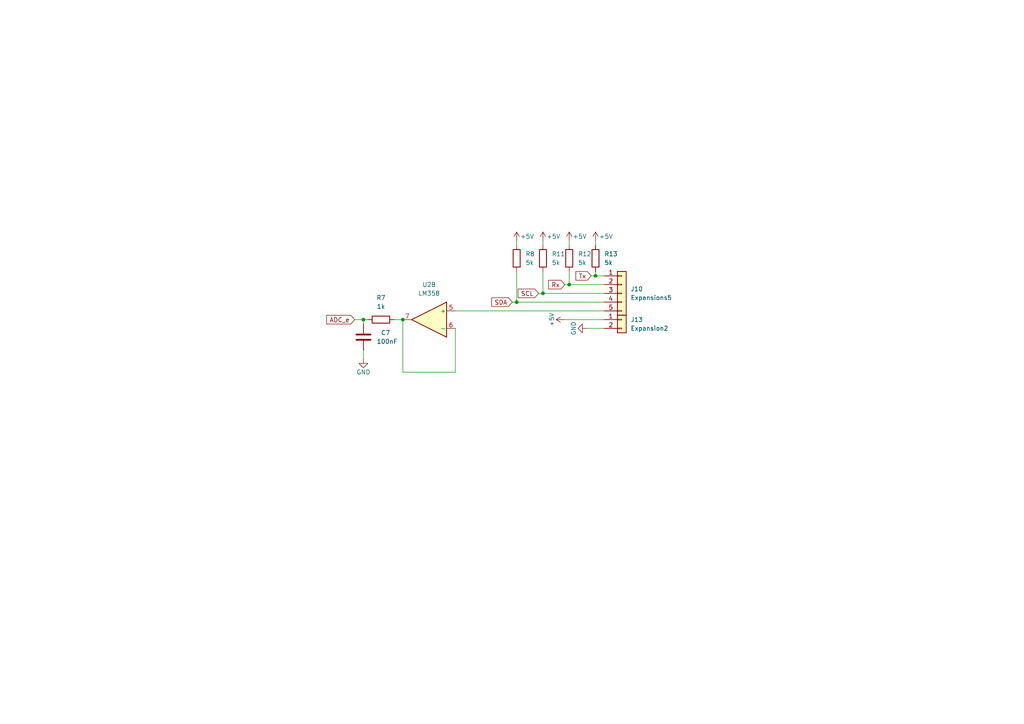
<source format=kicad_sch>
(kicad_sch (version 20211123) (generator eeschema)
  (paper "A4")
  (lib_symbols
    (symbol "Amplifier_Operational:LM358" (pin_names (offset 0.127))
      (property "Reference" "U" (at 0 5.08 0))
      (property "Value" "LM358" (at 0 -5.08 0))
      (symbol "LM358_1_1"
        (polyline (pts (xy -5.08 5.08) (xy 5.08 0) (xy -5.08 -5.08) (xy -5.08 5.08)) (stroke (width 0.254)) (fill (type background)))
        (pin output line (at 7.62 0 180) (length 2.54) (name "~") (number "1"))
        (pin input line (at -7.62 -2.54 0) (length 2.54) (name "-") (number "2"))
        (pin input line (at -7.62 2.54 0) (length 2.54) (name "+") (number "3"))
      )
      (symbol "LM358_2_1"
        (polyline (pts (xy -5.08 5.08) (xy 5.08 0) (xy -5.08 -5.08) (xy -5.08 5.08)) (stroke (width 0.254)) (fill (type background)))
        (pin input line (at -7.62 2.54 0) (length 2.54) (name "+") (number "5"))
        (pin input line (at -7.62 -2.54 0) (length 2.54) (name "-") (number "6"))
        (pin output line (at 7.62 0 180) (length 2.54) (name "~") (number "7"))
      )
      (symbol "LM358_3_1"
        (pin power_in line (at -2.54 -7.62 90) (length 3.81) (name "V-") (number "4"))
        (pin power_in line (at -2.54 7.62 270) (length 3.81) (name "V+") (number "8"))
      )
    )
    (symbol "Connector_Generic:Conn_01x02" (pin_names (offset 1.016) hide)
      (property "Reference" "J" (at 0 2.54 0))
      (property "Value" "Conn_01x02" (at 0 -5.08 0))
      (symbol "Conn_01x02_1_1"
        (rectangle (start -1.27 -2.413) (end 0 -2.667) (stroke (width 0.1524)))
        (rectangle (start -1.27 0.127) (end 0 -0.127) (stroke (width 0.1524)))
        (rectangle (start -1.27 1.27) (end 1.27 -3.81) (stroke (width 0.254)) (fill (type background)))
        (pin passive line (at -5.08 0 0) (length 3.81) (name "Pin_1") (number "1"))
        (pin passive line (at -5.08 -2.54 0) (length 3.81) (name "Pin_2") (number "2"))
      )
    )
    (symbol "Connector_Generic:Conn_01x05" (pin_names (offset 1.016) hide)
      (property "Reference" "J" (at 0 7.62 0))
      (property "Value" "Conn_01x05" (at 0 -7.62 0))
      (symbol "Conn_01x05_1_1"
        (rectangle (start -1.27 -4.953) (end 0 -5.207) (stroke (width 0.1524)))
        (rectangle (start -1.27 -2.413) (end 0 -2.667) (stroke (width 0.1524)))
        (rectangle (start -1.27 0.127) (end 0 -0.127) (stroke (width 0.1524)))
        (rectangle (start -1.27 2.667) (end 0 2.413) (stroke (width 0.1524)))
        (rectangle (start -1.27 5.207) (end 0 4.953) (stroke (width 0.1524)))
        (rectangle (start -1.27 6.35) (end 1.27 -6.35) (stroke (width 0.254)) (fill (type background)))
        (pin passive line (at -5.08 5.08 0) (length 3.81) (name "Pin_1") (number "1"))
        (pin passive line (at -5.08 2.54 0) (length 3.81) (name "Pin_2") (number "2"))
        (pin passive line (at -5.08 0 0) (length 3.81) (name "Pin_3") (number "3"))
        (pin passive line (at -5.08 -2.54 0) (length 3.81) (name "Pin_4") (number "4"))
        (pin passive line (at -5.08 -5.08 0) (length 3.81) (name "Pin_5") (number "5"))
      )
    )
    (symbol "Device:C" (pin_numbers hide) (pin_names (offset 0.254))
      (property "Reference" "C" (at 0.635 2.54 0))
      (property "Value" "C" (at 0.635 -2.54 0))
      (symbol "C_0_1"
        (polyline (pts (xy -2.032 -0.762) (xy 2.032 -0.762)) (stroke (width 0.508)))
        (polyline (pts (xy -2.032 0.762) (xy 2.032 0.762)) (stroke (width 0.508)))
      )
      (symbol "C_1_1"
        (pin passive line (at 0 3.81 270) (length 2.794) (name "~") (number "1"))
        (pin passive line (at 0 -3.81 90) (length 2.794) (name "~") (number "2"))
      )
    )
    (symbol "Device:R" (pin_numbers hide) (pin_names (offset 0))
      (property "Reference" "R" (at 2.032 0 90))
      (property "Value" "R" (at 0 0 90))
      (symbol "R_0_1"
        (rectangle (start -1.016 -2.54) (end 1.016 2.54) (stroke (width 0.254)))
      )
      (symbol "R_1_1"
        (pin passive line (at 0 3.81 270) (length 1.27) (name "~") (number "1"))
        (pin passive line (at 0 -3.81 90) (length 1.27) (name "~") (number "2"))
      )
    )
    (symbol "power:+5V" (power) (pin_names (offset 0))
      (property "Value" "+5V" (at 0 3.556 0))
      (symbol "+5V_0_1"
        (polyline (pts (xy -0.762 1.27) (xy 0 2.54)))
        (polyline (pts (xy 0 0) (xy 0 2.54)))
        (polyline (pts (xy 0 2.54) (xy 0.762 1.27)))
      )
      (symbol "+5V_1_1"
        (pin power_in line (at 0 0 90) (length 0) hide (name "+5V") (number "1"))
      )
    )
    (symbol "power:GND" (power) (pin_names (offset 0))
      (property "Value" "GND" (at 0 -3.81 0))
      (symbol "GND_0_1"
        (polyline (pts (xy 0 0) (xy 0 -1.27) (xy 1.27 -1.27) (xy 0 -2.54) (xy -1.27 -1.27) (xy 0 -1.27)))
      )
      (symbol "GND_1_1"
        (pin power_in line (at 0 0 270) (length 0) hide (name "GND") (number "1"))
      )
    )
  )
  (junction (at 157.48 85.09))
  (junction (at 172.72 80.01))
  (junction (at 105.41 92.71))
  (junction (at 165.1 82.55))
  (junction (at 116.84 92.71))
  (junction (at 149.86 87.63))
  (wire (pts (xy 132.08 90.17) (xy 175.26 90.17)))
  (wire (pts (xy 157.48 69.85) (xy 157.48 71.12)))
  (wire (pts (xy 105.41 92.71) (xy 106.68 92.71)))
  (wire (pts (xy 105.41 104.14) (xy 105.41 101.6)))
  (wire (pts (xy 149.86 87.63) (xy 149.86 78.74)))
  (wire (pts (xy 175.26 85.09) (xy 157.48 85.09)))
  (wire (pts (xy 175.26 87.63) (xy 149.86 87.63)))
  (wire (pts (xy 170.18 95.25) (xy 175.26 95.25)))
  (wire (pts (xy 163.83 92.71) (xy 175.26 92.71)))
  (wire (pts (xy 102.87 92.71) (xy 105.41 92.71)))
  (wire (pts (xy 114.3 92.71) (xy 116.84 92.71)))
  (wire (pts (xy 172.72 69.85) (xy 172.72 71.12)))
  (wire (pts (xy 165.1 82.55) (xy 165.1 78.74)))
  (wire (pts (xy 172.72 80.01) (xy 172.72 78.74)))
  (wire (pts (xy 132.08 107.95) (xy 132.08 95.25)))
  (wire (pts (xy 105.41 93.98) (xy 105.41 92.71)))
  (wire (pts (xy 163.83 82.55) (xy 165.1 82.55)))
  (wire (pts (xy 149.86 69.85) (xy 149.86 71.12)))
  (wire (pts (xy 148.59 87.63) (xy 149.86 87.63)))
  (wire (pts (xy 171.45 80.01) (xy 172.72 80.01)))
  (wire (pts (xy 157.48 78.74) (xy 157.48 85.09)))
  (wire (pts (xy 175.26 82.55) (xy 165.1 82.55)))
  (wire (pts (xy 116.84 92.71) (xy 116.84 107.95)))
  (wire (pts (xy 165.1 69.85) (xy 165.1 71.12)))
  (wire (pts (xy 116.84 107.95) (xy 132.08 107.95)))
  (wire (pts (xy 175.26 80.01) (xy 172.72 80.01)))
  (wire (pts (xy 156.21 85.09) (xy 157.48 85.09)))
  (global_label "SCL" (shape input) (at 156.21 85.09 180) (property "Intersheet References" "${INTERSHEET_REFS}" (effects hide)))
  (global_label "Rx" (shape input) (at 163.83 82.55 180) (property "Intersheet References" "${INTERSHEET_REFS}" (effects hide)))
  (global_label "Tx" (shape input) (at 171.45 80.01 180) (property "Intersheet References" "${INTERSHEET_REFS}" (effects hide)))
  (global_label "SDA" (shape input) (at 148.59 87.63 180) (property "Intersheet References" "${INTERSHEET_REFS}" (effects hide)))
  (global_label "ADC_e" (shape input) (at 102.87 92.71 180) (property "Intersheet References" "${INTERSHEET_REFS}" (effects hide)))
  (symbol (lib_id "power:GND") (at 105.41 104.14 0) (unit 1)
    (property "Reference" "#PWR0123" (effects hide))
    (property "Value" "GND" (at 105.41 107.95 0))
  )
  (symbol (lib_id "Device:R") (at 110.49 92.71 90) (unit 1)
    (property "Reference" "R7" (at 110.49 86.36 90))
    (property "Value" "1k" (at 110.49 88.9 90))
    (property "Footprint" "Resistor_SMD:R_0603_1608Metric" (effects hide))
  )
  (symbol (lib_id "Connector_Generic:Conn_01x02") (at 180.34 92.71 0) (unit 1)
    (property "Reference" "J13" (at 182.88 92.7099 0) (effects (justify left)))
    (property "Value" "Expansion2" (at 182.88 95.2499 0) (effects (justify left)))
    (property "Footprint" "TerminalBlock:TerminalBlock_bornier-2_P5.08mm" (effects hide))
  )
  (symbol (lib_id "power:+5V") (at 157.48 69.85 0) (unit 1)
    (property "Reference" "#PWR0127" (effects hide))
    (property "Value" "+5V" (at 162.56 68.58 0) (effects (justify right)))
  )
  (symbol (lib_id "Device:R") (at 172.72 74.93 0) (unit 1)
    (property "Reference" "R13" (at 175.26 73.6599 0) (effects (justify left)))
    (property "Value" "5k" (at 175.26 76.1999 0) (effects (justify left)))
    (property "Footprint" "Resistor_SMD:R_0603_1608Metric" (effects hide))
  )
  (symbol (lib_id "power:+5V") (at 149.86 69.85 0) (unit 1)
    (property "Reference" "#PWR0126" (effects hide))
    (property "Value" "+5V" (at 154.94 68.58 0) (effects (justify right)))
  )
  (symbol (lib_id "Connector_Generic:Conn_01x05") (at 180.34 85.09 0) (unit 1)
    (property "Reference" "J10" (at 182.88 83.8199 0) (effects (justify left)))
    (property "Value" "Expansions5" (at 182.88 86.3599 0) (effects (justify left)))
    (property "Footprint" "TerminalBlock:TerminalBlock_bornier-5_P5.08mm" (effects hide))
  )
  (symbol (lib_id "Device:R") (at 157.48 74.93 0) (unit 1)
    (property "Reference" "R11" (at 160.02 73.6599 0) (effects (justify left)))
    (property "Value" "5k" (at 160.02 76.1999 0) (effects (justify left)))
    (property "Footprint" "Resistor_SMD:R_0603_1608Metric" (effects hide))
  )
  (symbol (lib_id "power:GND") (at 170.18 95.25 270) (unit 1)
    (property "Reference" "#PWR0128" (effects hide))
    (property "Value" "GND" (at 166.37 95.25 0))
  )
  (symbol (lib_id "power:+5V") (at 165.1 69.85 0) (unit 1)
    (property "Reference" "#PWR0135" (effects hide))
    (property "Value" "+5V" (at 170.18 68.58 0) (effects (justify right)))
  )
  (symbol (lib_id "power:+5V") (at 163.83 92.71 90) (mirror x) (unit 1)
    (property "Reference" "#PWR0131" (effects hide))
    (property "Value" "+5V" (at 160.02 92.71 0))
  )
  (symbol (lib_id "power:+5V") (at 172.72 69.85 0) (unit 1)
    (property "Reference" "#PWR0132" (effects hide))
    (property "Value" "+5V" (at 177.8 68.58 0) (effects (justify right)))
  )
  (symbol (lib_id "Device:C") (at 105.41 97.79 0) (unit 1)
    (property "Reference" "C7" (at 110.49 96.5199 0) (effects (justify left)))
    (property "Value" "100nF" (at 109.22 99.0599 0) (effects (justify left)))
    (property "Footprint" "Capacitor_SMD:C_0603_1608Metric" (effects hide))
  )
  (symbol (lib_id "Device:R") (at 165.1 74.93 0) (unit 1)
    (property "Reference" "R12" (at 167.64 73.6599 0) (effects (justify left)))
    (property "Value" "5k" (at 167.64 76.1999 0) (effects (justify left)))
    (property "Footprint" "Resistor_SMD:R_0603_1608Metric" (effects hide))
  )
  (symbol (lib_id "Device:R") (at 149.86 74.93 0) (unit 1)
    (property "Reference" "R8" (at 152.4 73.6599 0) (effects (justify left)))
    (property "Value" "5k" (at 152.4 76.1999 0) (effects (justify left)))
    (property "Footprint" "Resistor_SMD:R_0603_1608Metric" (effects hide))
  )
  (symbol (lib_id "Amplifier_Operational:LM358") (at 124.46 92.71 0) (mirror y) (unit 2)
    (property "Reference" "U2" (at 124.46 82.55 0))
    (property "Value" "LM358" (at 124.46 85.09 0))
    (property "Footprint" "Package_SO:SOIC-8_3.9x4.9mm_P1.27mm" (effects hide))
    (property "Datasheet" "http://www.ti.com/lit/ds/symlink/lm2904-n.pdf" (effects hide))
  )
)
</source>
